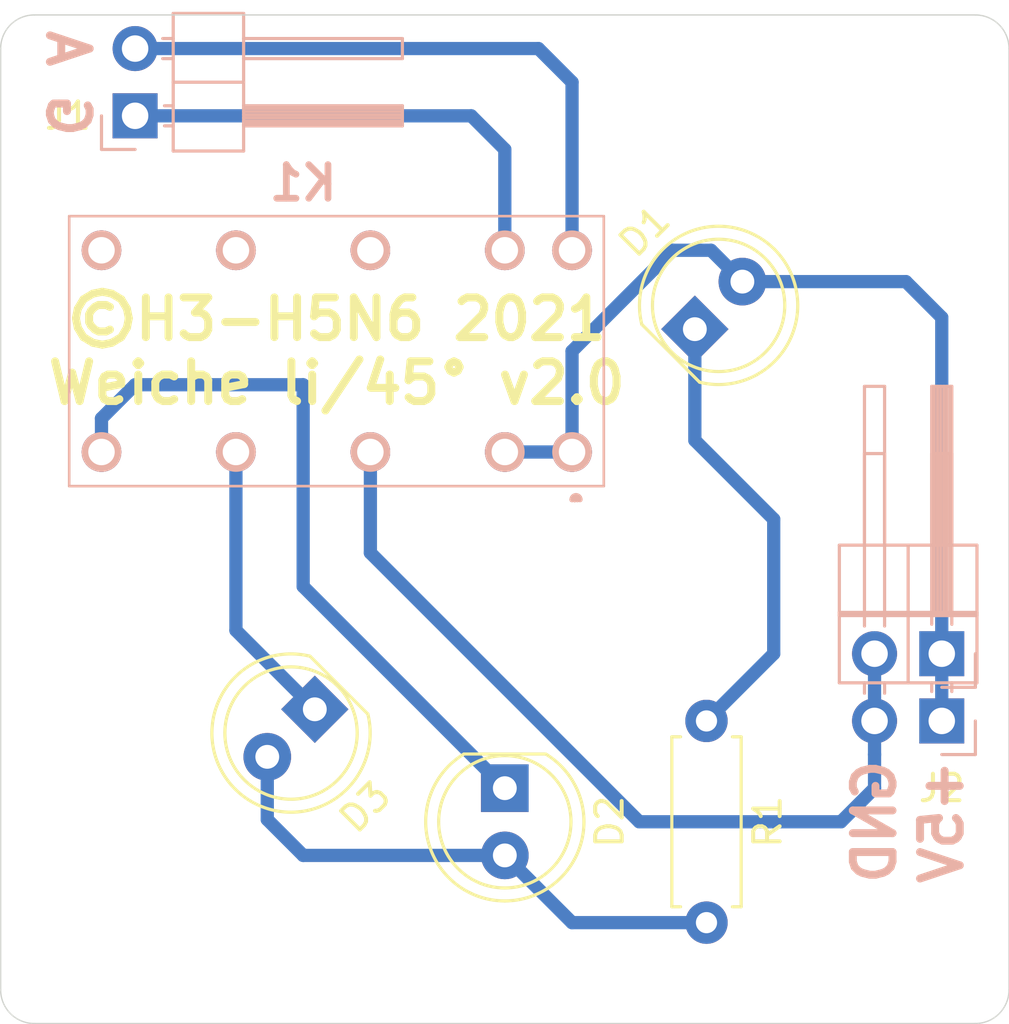
<source format=kicad_pcb>
(kicad_pcb (version 20171130) (host pcbnew 5.1.10)

  (general
    (thickness 1.6)
    (drawings 13)
    (tracks 38)
    (zones 0)
    (modules 10)
    (nets 9)
  )

  (page A4)
  (layers
    (0 F.Cu signal)
    (31 B.Cu signal)
    (32 B.Adhes user hide)
    (33 F.Adhes user hide)
    (34 B.Paste user hide)
    (35 F.Paste user hide)
    (36 B.SilkS user)
    (37 F.SilkS user)
    (38 B.Mask user)
    (39 F.Mask user hide)
    (40 Dwgs.User user hide)
    (41 Cmts.User user hide)
    (42 Eco1.User user hide)
    (43 Eco2.User user hide)
    (44 Edge.Cuts user)
    (45 Margin user hide)
    (46 B.CrtYd user)
    (47 F.CrtYd user)
    (48 B.Fab user hide)
    (49 F.Fab user hide)
  )

  (setup
    (last_trace_width 0.5)
    (trace_clearance 0.2)
    (zone_clearance 0.508)
    (zone_45_only no)
    (trace_min 0.2)
    (via_size 0.8)
    (via_drill 0.4)
    (via_min_size 0.4)
    (via_min_drill 0.3)
    (uvia_size 0.3)
    (uvia_drill 0.1)
    (uvias_allowed no)
    (uvia_min_size 0.2)
    (uvia_min_drill 0.1)
    (edge_width 0.05)
    (segment_width 0.2)
    (pcb_text_width 0.3)
    (pcb_text_size 1.5 1.5)
    (mod_edge_width 0.12)
    (mod_text_size 1 1)
    (mod_text_width 0.15)
    (pad_size 3.2 3.2)
    (pad_drill 3.2)
    (pad_to_mask_clearance 0)
    (aux_axis_origin 0 0)
    (grid_origin 148.59 115.57)
    (visible_elements FFFFFF7F)
    (pcbplotparams
      (layerselection 0x010fc_ffffffff)
      (usegerberextensions true)
      (usegerberattributes false)
      (usegerberadvancedattributes false)
      (creategerberjobfile false)
      (excludeedgelayer true)
      (linewidth 0.100000)
      (plotframeref false)
      (viasonmask false)
      (mode 1)
      (useauxorigin false)
      (hpglpennumber 1)
      (hpglpenspeed 20)
      (hpglpendiameter 15.000000)
      (psnegative false)
      (psa4output false)
      (plotreference true)
      (plotvalue false)
      (plotinvisibletext false)
      (padsonsilk false)
      (subtractmaskfromsilk true)
      (outputformat 1)
      (mirror false)
      (drillshape 0)
      (scaleselection 1)
      (outputdirectory "plot/"))
  )

  (net 0 "")
  (net 1 "Net-(D1-Pad1)")
  (net 2 "Net-(D2-Pad1)")
  (net 3 "Net-(D3-Pad1)")
  (net 4 "Net-(J1-Pad2)")
  (net 5 "Net-(J1-Pad1)")
  (net 6 +5V)
  (net 7 GND)
  (net 8 "Net-(D2-Pad2)")

  (net_class Default "This is the default net class."
    (clearance 0.2)
    (trace_width 0.5)
    (via_dia 0.8)
    (via_drill 0.4)
    (uvia_dia 0.3)
    (uvia_drill 0.1)
    (add_net +5V)
    (add_net GND)
    (add_net "Net-(D1-Pad1)")
    (add_net "Net-(D2-Pad1)")
    (add_net "Net-(D2-Pad2)")
    (add_net "Net-(D3-Pad1)")
    (add_net "Net-(J1-Pad1)")
    (add_net "Net-(J1-Pad2)")
  )

  (module Mounting_Holes:MountingHole_3.2mm_M3 (layer F.Cu) (tedit 6075FAD1) (tstamp 6091A5B6)
    (at 156.21 110.49 270)
    (descr "Mounting Hole 3.2mm, no annular, M3")
    (tags "mounting hole 3.2mm no annular m3")
    (path /6074DA08)
    (attr virtual)
    (fp_text reference H1 (at 0 -4.2 90) (layer F.SilkS) hide
      (effects (font (size 1 1) (thickness 0.15)))
    )
    (fp_text value MountingHole (at 0 4.2 90) (layer F.Fab)
      (effects (font (size 1 1) (thickness 0.15)))
    )
    (fp_circle (center 0 0) (end 3.2 0) (layer Cmts.User) (width 0.15))
    (fp_circle (center 0 0) (end 3.45 0) (layer F.CrtYd) (width 0.05))
    (fp_text user %R (at 0.3 0 90) (layer F.Fab)
      (effects (font (size 1 1) (thickness 0.15)))
    )
    (pad "" np_thru_hole circle (at 0 0 270) (size 3.2 3.2) (drill 3.2) (layers *.Cu *.Mask)
      (thermal_gap 2))
  )

  (module LEDs:LED_D5.0mm (layer F.Cu) (tedit 5995936A) (tstamp 6091A611)
    (at 158.31 100.77 45)
    (descr "LED, diameter 5.0mm, 2 pins, http://cdn-reichelt.de/documents/datenblatt/A500/LL-504BC2E-009.pdf")
    (tags "LED diameter 5.0mm 2 pins")
    (path /612111BE)
    (fp_text reference D1 (at 1.27 -3.96 45) (layer F.SilkS)
      (effects (font (size 1 1) (thickness 0.15)))
    )
    (fp_text value LED (at 1.27 3.96 45) (layer F.Fab)
      (effects (font (size 1 1) (thickness 0.15)))
    )
    (fp_circle (center 1.27 0) (end 3.77 0) (layer F.Fab) (width 0.1))
    (fp_circle (center 1.27 0) (end 3.77 0) (layer F.SilkS) (width 0.12))
    (fp_line (start -1.23 -1.469694) (end -1.23 1.469694) (layer F.Fab) (width 0.1))
    (fp_line (start -1.29 -1.545) (end -1.29 1.545) (layer F.SilkS) (width 0.12))
    (fp_line (start -1.95 -3.25) (end -1.95 3.25) (layer F.CrtYd) (width 0.05))
    (fp_line (start -1.95 3.25) (end 4.5 3.25) (layer F.CrtYd) (width 0.05))
    (fp_line (start 4.5 3.25) (end 4.5 -3.25) (layer F.CrtYd) (width 0.05))
    (fp_line (start 4.5 -3.25) (end -1.95 -3.25) (layer F.CrtYd) (width 0.05))
    (fp_text user %R (at 1.27 -3.81 45) (layer F.Fab)
      (effects (font (size 0.8 0.8) (thickness 0.2)))
    )
    (fp_arc (start 1.27 0) (end -1.29 1.54483) (angle -148.9) (layer F.SilkS) (width 0.12))
    (fp_arc (start 1.27 0) (end -1.29 -1.54483) (angle 148.9) (layer F.SilkS) (width 0.12))
    (fp_arc (start 1.27 0) (end -1.23 -1.469694) (angle 299.1) (layer F.Fab) (width 0.1))
    (pad 2 thru_hole circle (at 2.54 0 45) (size 1.8 1.8) (drill 0.9) (layers *.Cu *.Mask)
      (net 6 +5V))
    (pad 1 thru_hole rect (at 0 0 45) (size 1.8 1.8) (drill 0.9) (layers *.Cu *.Mask)
      (net 1 "Net-(D1-Pad1)"))
    (model ${KISYS3DMOD}/LEDs.3dshapes/LED_D5.0mm.wrl
      (at (xyz 0 0 0))
      (scale (xyz 0.393701 0.393701 0.393701))
      (rotate (xyz 0 0 0))
    )
  )

  (module HFD2005SL2D (layer B.Cu) (tedit 60566F5C) (tstamp 6091A565)
    (at 153.67 105.41 180)
    (descr HFD2/005-S-L2-D-3)
    (tags "Relay or Contactor")
    (path /6125B40D)
    (fp_text reference K1 (at 10.16 10.16) (layer B.SilkS)
      (effects (font (size 1.27 1.27) (thickness 0.254)) (justify mirror))
    )
    (fp_text value HFD2_005-S-L2-D (at 8.9 3.53) (layer B.SilkS) hide
      (effects (font (size 1.27 1.27) (thickness 0.254)) (justify mirror))
    )
    (fp_line (start -1.2 8.91) (end 19 8.91) (layer Dwgs.User) (width 0.2))
    (fp_line (start 19 8.91) (end 19 -1.29) (layer Dwgs.User) (width 0.2))
    (fp_line (start 19 -1.29) (end -1.2 -1.29) (layer Dwgs.User) (width 0.2))
    (fp_line (start -1.2 -1.29) (end -1.2 8.91) (layer Dwgs.User) (width 0.2))
    (fp_line (start -1.2 -1.29) (end 19 -1.29) (layer B.SilkS) (width 0.1))
    (fp_line (start 19 -1.29) (end 19 8.91) (layer B.SilkS) (width 0.1))
    (fp_line (start 19 8.91) (end -1.2 8.91) (layer B.SilkS) (width 0.1))
    (fp_line (start -1.2 8.91) (end -1.2 -1.29) (layer B.SilkS) (width 0.1))
    (fp_line (start -2.2 -2.85) (end 20 -2.85) (layer Dwgs.User) (width 0.1))
    (fp_line (start 20 -2.85) (end 20 9.91) (layer Dwgs.User) (width 0.1))
    (fp_line (start 20 9.91) (end -2.2 9.91) (layer Dwgs.User) (width 0.1))
    (fp_line (start -2.2 9.91) (end -2.2 -2.85) (layer Dwgs.User) (width 0.1))
    (fp_line (start -0.1 -1.8) (end -0.1 -1.8) (layer B.SilkS) (width 0.2))
    (fp_line (start 0 -1.8) (end 0 -1.8) (layer B.SilkS) (width 0.2))
    (fp_line (start -0.1 -1.8) (end -0.1 -1.8) (layer B.SilkS) (width 0.2))
    (fp_arc (start -0.15 -1.8) (end -0.1 -1.8) (angle 180) (layer B.SilkS) (width 0.2))
    (fp_arc (start -0.15 -1.8) (end 0 -1.8) (angle 180) (layer B.SilkS) (width 0.2))
    (fp_arc (start -0.15 -1.8) (end -0.1 -1.8) (angle 180) (layer B.SilkS) (width 0.2))
    (pad 1 thru_hole circle (at 0 0 90) (size 1.5 1.5) (drill 1) (layers *.Cu *.Mask B.SilkS)
      (net 6 +5V))
    (pad 2 thru_hole circle (at 2.54 0 90) (size 1.5 1.5) (drill 1) (layers *.Cu *.Mask B.SilkS)
      (net 6 +5V))
    (pad 4 thru_hole circle (at 7.62 0 90) (size 1.5 1.5) (drill 1) (layers *.Cu *.Mask B.SilkS)
      (net 7 GND))
    (pad 6 thru_hole circle (at 12.7 0 90) (size 1.5 1.5) (drill 1) (layers *.Cu *.Mask B.SilkS)
      (net 3 "Net-(D3-Pad1)"))
    (pad 8 thru_hole circle (at 17.78 0 90) (size 1.5 1.5) (drill 1) (layers *.Cu *.Mask B.SilkS)
      (net 2 "Net-(D2-Pad1)"))
    (pad 9 thru_hole circle (at 17.78 7.62 90) (size 1.5 1.5) (drill 1) (layers *.Cu *.Mask B.SilkS))
    (pad 11 thru_hole circle (at 12.7 7.62 90) (size 1.5 1.5) (drill 1) (layers *.Cu *.Mask B.SilkS))
    (pad 13 thru_hole circle (at 7.62 7.62 90) (size 1.5 1.5) (drill 1) (layers *.Cu *.Mask B.SilkS))
    (pad 15 thru_hole circle (at 2.54 7.62 90) (size 1.5 1.5) (drill 1) (layers *.Cu *.Mask B.SilkS)
      (net 5 "Net-(J1-Pad1)"))
    (pad 16 thru_hole circle (at 0 7.62 90) (size 1.5 1.5) (drill 1) (layers *.Cu *.Mask B.SilkS)
      (net 4 "Net-(J1-Pad2)"))
  )

  (module LEDs:LED_D5.0mm (layer F.Cu) (tedit 5995936A) (tstamp 6091A701)
    (at 151.13 118.11 270)
    (descr "LED, diameter 5.0mm, 2 pins, http://cdn-reichelt.de/documents/datenblatt/A500/LL-504BC2E-009.pdf")
    (tags "LED diameter 5.0mm 2 pins")
    (path /61211E8C)
    (fp_text reference D2 (at 1.27 -3.96 90) (layer F.SilkS)
      (effects (font (size 1 1) (thickness 0.15)))
    )
    (fp_text value LED (at 1.27 3.96 90) (layer F.Fab)
      (effects (font (size 1 1) (thickness 0.15)))
    )
    (fp_line (start 4.5 -3.25) (end -1.95 -3.25) (layer F.CrtYd) (width 0.05))
    (fp_line (start 4.5 3.25) (end 4.5 -3.25) (layer F.CrtYd) (width 0.05))
    (fp_line (start -1.95 3.25) (end 4.5 3.25) (layer F.CrtYd) (width 0.05))
    (fp_line (start -1.95 -3.25) (end -1.95 3.25) (layer F.CrtYd) (width 0.05))
    (fp_line (start -1.29 -1.545) (end -1.29 1.545) (layer F.SilkS) (width 0.12))
    (fp_line (start -1.23 -1.469694) (end -1.23 1.469694) (layer F.Fab) (width 0.1))
    (fp_circle (center 1.27 0) (end 3.77 0) (layer F.SilkS) (width 0.12))
    (fp_circle (center 1.27 0) (end 3.77 0) (layer F.Fab) (width 0.1))
    (fp_arc (start 1.27 0) (end -1.23 -1.469694) (angle 299.1) (layer F.Fab) (width 0.1))
    (fp_arc (start 1.27 0) (end -1.29 -1.54483) (angle 148.9) (layer F.SilkS) (width 0.12))
    (fp_arc (start 1.27 0) (end -1.29 1.54483) (angle -148.9) (layer F.SilkS) (width 0.12))
    (fp_text user %R (at 1.25 -3.81 90) (layer F.Fab)
      (effects (font (size 0.8 0.8) (thickness 0.2)))
    )
    (pad 1 thru_hole rect (at 0 0 270) (size 1.8 1.8) (drill 0.9) (layers *.Cu *.Mask)
      (net 2 "Net-(D2-Pad1)"))
    (pad 2 thru_hole circle (at 2.54 0 270) (size 1.8 1.8) (drill 0.9) (layers *.Cu *.Mask)
      (net 8 "Net-(D2-Pad2)"))
    (model ${KISYS3DMOD}/LEDs.3dshapes/LED_D5.0mm.wrl
      (at (xyz 0 0 0))
      (scale (xyz 0.393701 0.393701 0.393701))
      (rotate (xyz 0 0 0))
    )
  )

  (module LEDs:LED_D5.0mm (layer F.Cu) (tedit 5995936A) (tstamp 6091A5DE)
    (at 143.95 115.13 225)
    (descr "LED, diameter 5.0mm, 2 pins, http://cdn-reichelt.de/documents/datenblatt/A500/LL-504BC2E-009.pdf")
    (tags "LED diameter 5.0mm 2 pins")
    (path /612122F7)
    (fp_text reference D3 (at 1.27 -3.96 45) (layer F.SilkS)
      (effects (font (size 1 1) (thickness 0.15)))
    )
    (fp_text value LED (at 1.27 3.96 45) (layer F.Fab)
      (effects (font (size 1 1) (thickness 0.15)))
    )
    (fp_circle (center 1.27 0) (end 3.77 0) (layer F.Fab) (width 0.1))
    (fp_circle (center 1.27 0) (end 3.77 0) (layer F.SilkS) (width 0.12))
    (fp_line (start -1.23 -1.469694) (end -1.23 1.469694) (layer F.Fab) (width 0.1))
    (fp_line (start -1.29 -1.545) (end -1.29 1.545) (layer F.SilkS) (width 0.12))
    (fp_line (start -1.95 -3.25) (end -1.95 3.25) (layer F.CrtYd) (width 0.05))
    (fp_line (start -1.95 3.25) (end 4.5 3.25) (layer F.CrtYd) (width 0.05))
    (fp_line (start 4.5 3.25) (end 4.5 -3.25) (layer F.CrtYd) (width 0.05))
    (fp_line (start 4.5 -3.25) (end -1.95 -3.25) (layer F.CrtYd) (width 0.05))
    (fp_text user %R (at 1.796051 -3.592102 45) (layer F.Fab)
      (effects (font (size 0.8 0.8) (thickness 0.2)))
    )
    (fp_arc (start 1.27 0) (end -1.29 1.54483) (angle -148.9) (layer F.SilkS) (width 0.12))
    (fp_arc (start 1.27 0) (end -1.29 -1.54483) (angle 148.9) (layer F.SilkS) (width 0.12))
    (fp_arc (start 1.27 0) (end -1.23 -1.469694) (angle 299.1) (layer F.Fab) (width 0.1))
    (pad 2 thru_hole circle (at 2.54 0 225) (size 1.8 1.8) (drill 0.9) (layers *.Cu *.Mask)
      (net 8 "Net-(D2-Pad2)"))
    (pad 1 thru_hole rect (at 0 0 225) (size 1.8 1.8) (drill 0.9) (layers *.Cu *.Mask)
      (net 3 "Net-(D3-Pad1)"))
    (model ${KISYS3DMOD}/LEDs.3dshapes/LED_D5.0mm.wrl
      (at (xyz 0 0 0))
      (scale (xyz 0.393701 0.393701 0.393701))
      (rotate (xyz 0 0 0))
    )
  )

  (module Resistors_THT:R_Axial_DIN0207_L6.3mm_D2.5mm_P7.62mm_Horizontal (layer F.Cu) (tedit 5874F706) (tstamp 6091A8AF)
    (at 158.75 115.57 270)
    (descr "Resistor, Axial_DIN0207 series, Axial, Horizontal, pin pitch=7.62mm, 0.25W = 1/4W, length*diameter=6.3*2.5mm^2, http://cdn-reichelt.de/documents/datenblatt/B400/1_4W%23YAG.pdf")
    (tags "Resistor Axial_DIN0207 series Axial Horizontal pin pitch 7.62mm 0.25W = 1/4W length 6.3mm diameter 2.5mm")
    (path /61212C6E)
    (fp_text reference R1 (at 3.81 -2.31 90) (layer F.SilkS)
      (effects (font (size 1 1) (thickness 0.15)))
    )
    (fp_text value 100 (at 2.794 2.54 90) (layer F.Fab)
      (effects (font (size 1 1) (thickness 0.15)))
    )
    (fp_line (start 0.66 -1.25) (end 0.66 1.25) (layer F.Fab) (width 0.1))
    (fp_line (start 0.66 1.25) (end 6.96 1.25) (layer F.Fab) (width 0.1))
    (fp_line (start 6.96 1.25) (end 6.96 -1.25) (layer F.Fab) (width 0.1))
    (fp_line (start 6.96 -1.25) (end 0.66 -1.25) (layer F.Fab) (width 0.1))
    (fp_line (start 0 0) (end 0.66 0) (layer F.Fab) (width 0.1))
    (fp_line (start 7.62 0) (end 6.96 0) (layer F.Fab) (width 0.1))
    (fp_line (start 0.6 -0.98) (end 0.6 -1.31) (layer F.SilkS) (width 0.12))
    (fp_line (start 0.6 -1.31) (end 7.02 -1.31) (layer F.SilkS) (width 0.12))
    (fp_line (start 7.02 -1.31) (end 7.02 -0.98) (layer F.SilkS) (width 0.12))
    (fp_line (start 0.6 0.98) (end 0.6 1.31) (layer F.SilkS) (width 0.12))
    (fp_line (start 0.6 1.31) (end 7.02 1.31) (layer F.SilkS) (width 0.12))
    (fp_line (start 7.02 1.31) (end 7.02 0.98) (layer F.SilkS) (width 0.12))
    (fp_line (start -1.05 -1.6) (end -1.05 1.6) (layer F.CrtYd) (width 0.05))
    (fp_line (start -1.05 1.6) (end 8.7 1.6) (layer F.CrtYd) (width 0.05))
    (fp_line (start 8.7 1.6) (end 8.7 -1.6) (layer F.CrtYd) (width 0.05))
    (fp_line (start 8.7 -1.6) (end -1.05 -1.6) (layer F.CrtYd) (width 0.05))
    (pad 2 thru_hole oval (at 7.62 0 270) (size 1.6 1.6) (drill 0.8) (layers *.Cu *.Mask)
      (net 8 "Net-(D2-Pad2)"))
    (pad 1 thru_hole circle (at 0 0 270) (size 1.6 1.6) (drill 0.8) (layers *.Cu *.Mask)
      (net 1 "Net-(D1-Pad1)"))
    (model ${KISYS3DMOD}/Resistors_THT.3dshapes/R_Axial_DIN0207_L6.3mm_D2.5mm_P7.62mm_Horizontal.wrl
      (at (xyz 0 0 0))
      (scale (xyz 0.393701 0.393701 0.393701))
      (rotate (xyz 0 0 0))
    )
  )

  (module Pin_Headers:Pin_Header_Angled_1x02_Pitch2.54mm (layer B.Cu) (tedit 59650532) (tstamp 6091A833)
    (at 137.16 92.71)
    (descr "Through hole angled pin header, 1x02, 2.54mm pitch, 6mm pin length, single row")
    (tags "Through hole angled pin header THT 1x02 2.54mm single row")
    (path /61262617)
    (fp_text reference J1 (at -2.54 0) (layer F.SilkS)
      (effects (font (size 1 1) (thickness 0.15)))
    )
    (fp_text value Conn_01x02_Male (at 4.385 -4.81 180) (layer B.Fab)
      (effects (font (size 1 1) (thickness 0.15)) (justify mirror))
    )
    (fp_line (start 2.135 1.27) (end 4.04 1.27) (layer B.Fab) (width 0.1))
    (fp_line (start 4.04 1.27) (end 4.04 -3.81) (layer B.Fab) (width 0.1))
    (fp_line (start 4.04 -3.81) (end 1.5 -3.81) (layer B.Fab) (width 0.1))
    (fp_line (start 1.5 -3.81) (end 1.5 0.635) (layer B.Fab) (width 0.1))
    (fp_line (start 1.5 0.635) (end 2.135 1.27) (layer B.Fab) (width 0.1))
    (fp_line (start -0.32 0.32) (end 1.5 0.32) (layer B.Fab) (width 0.1))
    (fp_line (start -0.32 0.32) (end -0.32 -0.32) (layer B.Fab) (width 0.1))
    (fp_line (start -0.32 -0.32) (end 1.5 -0.32) (layer B.Fab) (width 0.1))
    (fp_line (start 4.04 0.32) (end 10.04 0.32) (layer B.Fab) (width 0.1))
    (fp_line (start 10.04 0.32) (end 10.04 -0.32) (layer B.Fab) (width 0.1))
    (fp_line (start 4.04 -0.32) (end 10.04 -0.32) (layer B.Fab) (width 0.1))
    (fp_line (start -0.32 -2.22) (end 1.5 -2.22) (layer B.Fab) (width 0.1))
    (fp_line (start -0.32 -2.22) (end -0.32 -2.86) (layer B.Fab) (width 0.1))
    (fp_line (start -0.32 -2.86) (end 1.5 -2.86) (layer B.Fab) (width 0.1))
    (fp_line (start 4.04 -2.22) (end 10.04 -2.22) (layer B.Fab) (width 0.1))
    (fp_line (start 10.04 -2.22) (end 10.04 -2.86) (layer B.Fab) (width 0.1))
    (fp_line (start 4.04 -2.86) (end 10.04 -2.86) (layer B.Fab) (width 0.1))
    (fp_line (start 1.44 1.33) (end 1.44 -3.87) (layer B.SilkS) (width 0.12))
    (fp_line (start 1.44 -3.87) (end 4.1 -3.87) (layer B.SilkS) (width 0.12))
    (fp_line (start 4.1 -3.87) (end 4.1 1.33) (layer B.SilkS) (width 0.12))
    (fp_line (start 4.1 1.33) (end 1.44 1.33) (layer B.SilkS) (width 0.12))
    (fp_line (start 4.1 0.38) (end 10.1 0.38) (layer B.SilkS) (width 0.12))
    (fp_line (start 10.1 0.38) (end 10.1 -0.38) (layer B.SilkS) (width 0.12))
    (fp_line (start 10.1 -0.38) (end 4.1 -0.38) (layer B.SilkS) (width 0.12))
    (fp_line (start 4.1 0.32) (end 10.1 0.32) (layer B.SilkS) (width 0.12))
    (fp_line (start 4.1 0.2) (end 10.1 0.2) (layer B.SilkS) (width 0.12))
    (fp_line (start 4.1 0.08) (end 10.1 0.08) (layer B.SilkS) (width 0.12))
    (fp_line (start 4.1 -0.04) (end 10.1 -0.04) (layer B.SilkS) (width 0.12))
    (fp_line (start 4.1 -0.16) (end 10.1 -0.16) (layer B.SilkS) (width 0.12))
    (fp_line (start 4.1 -0.28) (end 10.1 -0.28) (layer B.SilkS) (width 0.12))
    (fp_line (start 1.11 0.38) (end 1.44 0.38) (layer B.SilkS) (width 0.12))
    (fp_line (start 1.11 -0.38) (end 1.44 -0.38) (layer B.SilkS) (width 0.12))
    (fp_line (start 1.44 -1.27) (end 4.1 -1.27) (layer B.SilkS) (width 0.12))
    (fp_line (start 4.1 -2.16) (end 10.1 -2.16) (layer B.SilkS) (width 0.12))
    (fp_line (start 10.1 -2.16) (end 10.1 -2.92) (layer B.SilkS) (width 0.12))
    (fp_line (start 10.1 -2.92) (end 4.1 -2.92) (layer B.SilkS) (width 0.12))
    (fp_line (start 1.042929 -2.16) (end 1.44 -2.16) (layer B.SilkS) (width 0.12))
    (fp_line (start 1.042929 -2.92) (end 1.44 -2.92) (layer B.SilkS) (width 0.12))
    (fp_line (start -1.27 0) (end -1.27 1.27) (layer B.SilkS) (width 0.12))
    (fp_line (start -1.27 1.27) (end 0 1.27) (layer B.SilkS) (width 0.12))
    (fp_line (start -1.8 1.8) (end -1.8 -4.35) (layer B.CrtYd) (width 0.05))
    (fp_line (start -1.8 -4.35) (end 10.55 -4.35) (layer B.CrtYd) (width 0.05))
    (fp_line (start 10.55 -4.35) (end 10.55 1.8) (layer B.CrtYd) (width 0.05))
    (fp_line (start 10.55 1.8) (end -1.8 1.8) (layer B.CrtYd) (width 0.05))
    (fp_text user %R (at 0 1.27 90) (layer B.Fab)
      (effects (font (size 1 1) (thickness 0.15)) (justify mirror))
    )
    (pad 2 thru_hole oval (at 0 -2.54) (size 1.7 1.7) (drill 1) (layers *.Cu *.Mask)
      (net 4 "Net-(J1-Pad2)"))
    (pad 1 thru_hole rect (at 0 0) (size 1.7 1.7) (drill 1) (layers *.Cu *.Mask)
      (net 5 "Net-(J1-Pad1)"))
    (model ${KISYS3DMOD}/Pin_Headers.3dshapes/Pin_Header_Angled_1x02_Pitch2.54mm.wrl
      (at (xyz 0 0 0))
      (scale (xyz 1 1 1))
      (rotate (xyz 0 0 0))
    )
  )

  (module Pin_Headers:Pin_Header_Angled_1x02_Pitch2.54mm (layer B.Cu) (tedit 59650532) (tstamp 6091A66B)
    (at 167.64 113.03 90)
    (descr "Through hole angled pin header, 1x02, 2.54mm pitch, 6mm pin length, single row")
    (tags "Through hole angled pin header THT 1x02 2.54mm single row")
    (path /61263F3E)
    (fp_text reference J2 (at -5.08 0 180) (layer F.SilkS)
      (effects (font (size 1 1) (thickness 0.15)))
    )
    (fp_text value Power (at 4.385 -4.81 90) (layer B.Fab)
      (effects (font (size 1 1) (thickness 0.15)) (justify mirror))
    )
    (fp_line (start 10.55 1.8) (end -1.8 1.8) (layer B.CrtYd) (width 0.05))
    (fp_line (start 10.55 -4.35) (end 10.55 1.8) (layer B.CrtYd) (width 0.05))
    (fp_line (start -1.8 -4.35) (end 10.55 -4.35) (layer B.CrtYd) (width 0.05))
    (fp_line (start -1.8 1.8) (end -1.8 -4.35) (layer B.CrtYd) (width 0.05))
    (fp_line (start -1.27 1.27) (end 0 1.27) (layer B.SilkS) (width 0.12))
    (fp_line (start -1.27 0) (end -1.27 1.27) (layer B.SilkS) (width 0.12))
    (fp_line (start 1.042929 -2.92) (end 1.44 -2.92) (layer B.SilkS) (width 0.12))
    (fp_line (start 1.042929 -2.16) (end 1.44 -2.16) (layer B.SilkS) (width 0.12))
    (fp_line (start 10.1 -2.92) (end 4.1 -2.92) (layer B.SilkS) (width 0.12))
    (fp_line (start 10.1 -2.16) (end 10.1 -2.92) (layer B.SilkS) (width 0.12))
    (fp_line (start 4.1 -2.16) (end 10.1 -2.16) (layer B.SilkS) (width 0.12))
    (fp_line (start 1.44 -1.27) (end 4.1 -1.27) (layer B.SilkS) (width 0.12))
    (fp_line (start 1.11 -0.38) (end 1.44 -0.38) (layer B.SilkS) (width 0.12))
    (fp_line (start 1.11 0.38) (end 1.44 0.38) (layer B.SilkS) (width 0.12))
    (fp_line (start 4.1 -0.28) (end 10.1 -0.28) (layer B.SilkS) (width 0.12))
    (fp_line (start 4.1 -0.16) (end 10.1 -0.16) (layer B.SilkS) (width 0.12))
    (fp_line (start 4.1 -0.04) (end 10.1 -0.04) (layer B.SilkS) (width 0.12))
    (fp_line (start 4.1 0.08) (end 10.1 0.08) (layer B.SilkS) (width 0.12))
    (fp_line (start 4.1 0.2) (end 10.1 0.2) (layer B.SilkS) (width 0.12))
    (fp_line (start 4.1 0.32) (end 10.1 0.32) (layer B.SilkS) (width 0.12))
    (fp_line (start 10.1 -0.38) (end 4.1 -0.38) (layer B.SilkS) (width 0.12))
    (fp_line (start 10.1 0.38) (end 10.1 -0.38) (layer B.SilkS) (width 0.12))
    (fp_line (start 4.1 0.38) (end 10.1 0.38) (layer B.SilkS) (width 0.12))
    (fp_line (start 4.1 1.33) (end 1.44 1.33) (layer B.SilkS) (width 0.12))
    (fp_line (start 4.1 -3.87) (end 4.1 1.33) (layer B.SilkS) (width 0.12))
    (fp_line (start 1.44 -3.87) (end 4.1 -3.87) (layer B.SilkS) (width 0.12))
    (fp_line (start 1.44 1.33) (end 1.44 -3.87) (layer B.SilkS) (width 0.12))
    (fp_line (start 4.04 -2.86) (end 10.04 -2.86) (layer B.Fab) (width 0.1))
    (fp_line (start 10.04 -2.22) (end 10.04 -2.86) (layer B.Fab) (width 0.1))
    (fp_line (start 4.04 -2.22) (end 10.04 -2.22) (layer B.Fab) (width 0.1))
    (fp_line (start -0.32 -2.86) (end 1.5 -2.86) (layer B.Fab) (width 0.1))
    (fp_line (start -0.32 -2.22) (end -0.32 -2.86) (layer B.Fab) (width 0.1))
    (fp_line (start -0.32 -2.22) (end 1.5 -2.22) (layer B.Fab) (width 0.1))
    (fp_line (start 4.04 -0.32) (end 10.04 -0.32) (layer B.Fab) (width 0.1))
    (fp_line (start 10.04 0.32) (end 10.04 -0.32) (layer B.Fab) (width 0.1))
    (fp_line (start 4.04 0.32) (end 10.04 0.32) (layer B.Fab) (width 0.1))
    (fp_line (start -0.32 -0.32) (end 1.5 -0.32) (layer B.Fab) (width 0.1))
    (fp_line (start -0.32 0.32) (end -0.32 -0.32) (layer B.Fab) (width 0.1))
    (fp_line (start -0.32 0.32) (end 1.5 0.32) (layer B.Fab) (width 0.1))
    (fp_line (start 1.5 0.635) (end 2.135 1.27) (layer B.Fab) (width 0.1))
    (fp_line (start 1.5 -3.81) (end 1.5 0.635) (layer B.Fab) (width 0.1))
    (fp_line (start 4.04 -3.81) (end 1.5 -3.81) (layer B.Fab) (width 0.1))
    (fp_line (start 4.04 1.27) (end 4.04 -3.81) (layer B.Fab) (width 0.1))
    (fp_line (start 2.135 1.27) (end 4.04 1.27) (layer B.Fab) (width 0.1))
    (fp_text user %R (at 1.5 -3.81 180) (layer B.Fab)
      (effects (font (size 1 1) (thickness 0.15)) (justify mirror))
    )
    (pad 1 thru_hole rect (at 0 0 90) (size 1.7 1.7) (drill 1) (layers *.Cu *.Mask)
      (net 6 +5V))
    (pad 2 thru_hole oval (at 0 -2.54 90) (size 1.7 1.7) (drill 1) (layers *.Cu *.Mask)
      (net 7 GND))
    (model ${KISYS3DMOD}/Pin_Headers.3dshapes/Pin_Header_Angled_1x02_Pitch2.54mm.wrl
      (at (xyz 0 0 0))
      (scale (xyz 1 1 1))
      (rotate (xyz 0 0 0))
    )
  )

  (module Pin_Headers:Pin_Header_Angled_1x02_Pitch2.54mm (layer B.Cu) (tedit 59650532) (tstamp 6091A77C)
    (at 167.64 115.57 90)
    (descr "Through hole angled pin header, 1x02, 2.54mm pitch, 6mm pin length, single row")
    (tags "Through hole angled pin header THT 1x02 2.54mm single row")
    (path /612729E3)
    (fp_text reference J3 (at -3.81 0) (layer F.SilkS) hide
      (effects (font (size 1 1) (thickness 0.15)))
    )
    (fp_text value Conn_01x02_Male (at 4.385 -4.81 90) (layer B.Fab)
      (effects (font (size 1 1) (thickness 0.15)) (justify mirror))
    )
    (fp_line (start 2.135 1.27) (end 4.04 1.27) (layer B.Fab) (width 0.1))
    (fp_line (start 4.04 1.27) (end 4.04 -3.81) (layer B.Fab) (width 0.1))
    (fp_line (start 4.04 -3.81) (end 1.5 -3.81) (layer B.Fab) (width 0.1))
    (fp_line (start 1.5 -3.81) (end 1.5 0.635) (layer B.Fab) (width 0.1))
    (fp_line (start 1.5 0.635) (end 2.135 1.27) (layer B.Fab) (width 0.1))
    (fp_line (start -0.32 0.32) (end 1.5 0.32) (layer B.Fab) (width 0.1))
    (fp_line (start -0.32 0.32) (end -0.32 -0.32) (layer B.Fab) (width 0.1))
    (fp_line (start -0.32 -0.32) (end 1.5 -0.32) (layer B.Fab) (width 0.1))
    (fp_line (start 4.04 0.32) (end 10.04 0.32) (layer B.Fab) (width 0.1))
    (fp_line (start 10.04 0.32) (end 10.04 -0.32) (layer B.Fab) (width 0.1))
    (fp_line (start 4.04 -0.32) (end 10.04 -0.32) (layer B.Fab) (width 0.1))
    (fp_line (start -0.32 -2.22) (end 1.5 -2.22) (layer B.Fab) (width 0.1))
    (fp_line (start -0.32 -2.22) (end -0.32 -2.86) (layer B.Fab) (width 0.1))
    (fp_line (start -0.32 -2.86) (end 1.5 -2.86) (layer B.Fab) (width 0.1))
    (fp_line (start 4.04 -2.22) (end 10.04 -2.22) (layer B.Fab) (width 0.1))
    (fp_line (start 10.04 -2.22) (end 10.04 -2.86) (layer B.Fab) (width 0.1))
    (fp_line (start 4.04 -2.86) (end 10.04 -2.86) (layer B.Fab) (width 0.1))
    (fp_line (start 1.44 1.33) (end 1.44 -3.87) (layer B.SilkS) (width 0.12))
    (fp_line (start 1.44 -3.87) (end 4.1 -3.87) (layer B.SilkS) (width 0.12))
    (fp_line (start 4.1 -3.87) (end 4.1 1.33) (layer B.SilkS) (width 0.12))
    (fp_line (start 4.1 1.33) (end 1.44 1.33) (layer B.SilkS) (width 0.12))
    (fp_line (start 4.1 0.38) (end 10.1 0.38) (layer B.SilkS) (width 0.12))
    (fp_line (start 10.1 0.38) (end 10.1 -0.38) (layer B.SilkS) (width 0.12))
    (fp_line (start 10.1 -0.38) (end 4.1 -0.38) (layer B.SilkS) (width 0.12))
    (fp_line (start 4.1 0.32) (end 10.1 0.32) (layer B.SilkS) (width 0.12))
    (fp_line (start 4.1 0.2) (end 10.1 0.2) (layer B.SilkS) (width 0.12))
    (fp_line (start 4.1 0.08) (end 10.1 0.08) (layer B.SilkS) (width 0.12))
    (fp_line (start 4.1 -0.04) (end 10.1 -0.04) (layer B.SilkS) (width 0.12))
    (fp_line (start 4.1 -0.16) (end 10.1 -0.16) (layer B.SilkS) (width 0.12))
    (fp_line (start 4.1 -0.28) (end 10.1 -0.28) (layer B.SilkS) (width 0.12))
    (fp_line (start 1.11 0.38) (end 1.44 0.38) (layer B.SilkS) (width 0.12))
    (fp_line (start 1.11 -0.38) (end 1.44 -0.38) (layer B.SilkS) (width 0.12))
    (fp_line (start 1.44 -1.27) (end 4.1 -1.27) (layer B.SilkS) (width 0.12))
    (fp_line (start 4.1 -2.16) (end 10.1 -2.16) (layer B.SilkS) (width 0.12))
    (fp_line (start 10.1 -2.16) (end 10.1 -2.92) (layer B.SilkS) (width 0.12))
    (fp_line (start 10.1 -2.92) (end 4.1 -2.92) (layer B.SilkS) (width 0.12))
    (fp_line (start 1.042929 -2.16) (end 1.44 -2.16) (layer B.SilkS) (width 0.12))
    (fp_line (start 1.042929 -2.92) (end 1.44 -2.92) (layer B.SilkS) (width 0.12))
    (fp_line (start -1.27 0) (end -1.27 1.27) (layer B.SilkS) (width 0.12))
    (fp_line (start -1.27 1.27) (end 0 1.27) (layer B.SilkS) (width 0.12))
    (fp_line (start -1.8 1.8) (end -1.8 -4.35) (layer B.CrtYd) (width 0.05))
    (fp_line (start -1.8 -4.35) (end 10.55 -4.35) (layer B.CrtYd) (width 0.05))
    (fp_line (start 10.55 -4.35) (end 10.55 1.8) (layer B.CrtYd) (width 0.05))
    (fp_line (start 10.55 1.8) (end -1.8 1.8) (layer B.CrtYd) (width 0.05))
    (fp_text user %R (at 0 -3.81 180) (layer B.Fab)
      (effects (font (size 1 1) (thickness 0.15)) (justify mirror))
    )
    (pad 2 thru_hole oval (at 0 -2.54 90) (size 1.7 1.7) (drill 1) (layers *.Cu *.Mask)
      (net 7 GND))
    (pad 1 thru_hole rect (at 0 0 90) (size 1.7 1.7) (drill 1) (layers *.Cu *.Mask)
      (net 6 +5V))
    (model ${KISYS3DMOD}/Pin_Headers.3dshapes/Pin_Header_Angled_1x02_Pitch2.54mm.wrl
      (at (xyz 0 0 0))
      (scale (xyz 1 1 1))
      (rotate (xyz 0 0 0))
    )
  )

  (module Mounting_Holes:MountingHole_3.2mm_M3 (layer F.Cu) (tedit 6075FAD1) (tstamp 6091A6E2)
    (at 135.89 123.19 270)
    (descr "Mounting Hole 3.2mm, no annular, M3")
    (tags "mounting hole 3.2mm no annular m3")
    (path /6074DA08)
    (attr virtual)
    (fp_text reference H1 (at 0 -4.2 90) (layer F.SilkS) hide
      (effects (font (size 1 1) (thickness 0.15)))
    )
    (fp_text value MountingHole (at 0 4.2 90) (layer F.Fab)
      (effects (font (size 1 1) (thickness 0.15)))
    )
    (fp_circle (center 0 0) (end 3.45 0) (layer F.CrtYd) (width 0.05))
    (fp_circle (center 0 0) (end 3.2 0) (layer Cmts.User) (width 0.15))
    (fp_text user %R (at 0.3 0 90) (layer F.Fab)
      (effects (font (size 1 1) (thickness 0.15)))
    )
    (pad "" np_thru_hole circle (at 0 0 270) (size 3.2 3.2) (drill 3.2) (layers *.Cu *.Mask)
      (thermal_gap 2))
  )

  (gr_text GND (at 165.1 119.38 90) (layer B.SilkS)
    (effects (font (size 1.5 1.5) (thickness 0.3)) (justify mirror))
  )
  (gr_text +5V (at 167.64 119.38 90) (layer B.SilkS)
    (effects (font (size 1.5 1.5) (thickness 0.3)) (justify mirror))
  )
  (gr_text A (at 134.62 90.17 -90) (layer B.SilkS) (tstamp 6091A6D3)
    (effects (font (size 1.5 1.5) (thickness 0.3)))
  )
  (gr_text G (at 134.62 92.71 -90) (layer B.SilkS) (tstamp 6091A7E1)
    (effects (font (size 1.5 1.5) (thickness 0.3)) (justify mirror))
  )
  (gr_text "©H3-H5N6 2021\nWeiche li/45° v2.0" (at 144.78 101.6) (layer F.SilkS) (tstamp 6091A5CB)
    (effects (font (size 1.5 1.5) (thickness 0.3)))
  )
  (gr_arc (start 133.35 90.17) (end 133.35 88.9) (angle -90) (layer Edge.Cuts) (width 0.05) (tstamp 6091A5A4))
  (gr_arc (start 133.35 125.73) (end 132.08 125.73) (angle -90) (layer Edge.Cuts) (width 0.05) (tstamp 6091A7E7))
  (gr_arc (start 168.91 125.73) (end 168.91 127) (angle -90) (layer Edge.Cuts) (width 0.05) (tstamp 6091A7E4))
  (gr_arc (start 168.91 90.17) (end 170.18 90.17) (angle -90) (layer Edge.Cuts) (width 0.05) (tstamp 6091A634))
  (gr_line (start 133.35 88.9) (end 168.91 88.9) (layer Edge.Cuts) (width 0.05) (tstamp 6091A5AD))
  (gr_line (start 132.08 125.73) (end 132.08 90.17) (layer Edge.Cuts) (width 0.05) (tstamp 6091A8E6))
  (gr_line (start 168.91 127) (end 133.35 127) (layer Edge.Cuts) (width 0.05) (tstamp 6091A6D0))
  (gr_line (start 170.18 90.17) (end 170.18 125.73) (layer Edge.Cuts) (width 0.05) (tstamp 6091A748))

  (segment (start 158.31 100.77) (end 158.31 104.97) (width 0.5) (layer B.Cu) (net 1) (tstamp 6091A724) (status 10))
  (segment (start 158.31 104.97) (end 161.29 107.95) (width 0.5) (layer B.Cu) (net 1) (tstamp 6091A739))
  (segment (start 161.29 107.95) (end 161.29 113.03) (width 0.5) (layer B.Cu) (net 1) (tstamp 6091A8DA))
  (segment (start 161.29 113.03) (end 158.75 115.57) (width 0.5) (layer B.Cu) (net 1) (tstamp 6091A742) (status 20))
  (segment (start 143.51 110.49) (end 151.13 118.11) (width 0.5) (layer B.Cu) (net 2) (tstamp 6091A5C8) (status 20))
  (segment (start 137.16 102.87) (end 143.51 102.87) (width 0.5) (layer B.Cu) (net 2) (tstamp 6091A5C5))
  (segment (start 135.89 104.14) (end 137.16 102.87) (width 0.5) (layer B.Cu) (net 2) (tstamp 6091A7F3))
  (segment (start 143.51 102.87) (end 143.51 110.49) (width 0.5) (layer B.Cu) (net 2) (tstamp 6091A7F0))
  (segment (start 135.89 105.41) (end 135.89 104.14) (width 0.5) (layer B.Cu) (net 2) (tstamp 6091A6D9) (status 10))
  (segment (start 140.97 112.15) (end 143.95 115.13) (width 0.5) (layer B.Cu) (net 3) (tstamp 6091A6D6) (status 20))
  (segment (start 140.97 105.41) (end 140.97 112.15) (width 0.5) (layer B.Cu) (net 3) (tstamp 6091A7FF) (status 10))
  (segment (start 137.16 90.17) (end 152.4 90.17) (width 0.5) (layer B.Cu) (net 4) (status 10))
  (segment (start 152.4 90.17) (end 153.67 91.44) (width 0.5) (layer B.Cu) (net 4))
  (segment (start 153.67 91.44) (end 153.67 97.79) (width 0.5) (layer B.Cu) (net 4) (status 20))
  (segment (start 137.16 92.71) (end 149.86 92.71) (width 0.5) (layer B.Cu) (net 5) (status 10))
  (segment (start 149.86 92.71) (end 151.13 93.98) (width 0.5) (layer B.Cu) (net 5))
  (segment (start 151.13 93.98) (end 151.13 97.79) (width 0.5) (layer B.Cu) (net 5) (status 20))
  (segment (start 157.48 97.79) (end 153.67 101.6) (width 0.5) (layer B.Cu) (net 6) (tstamp 6091A733))
  (segment (start 158.922102 97.79) (end 157.48 97.79) (width 0.5) (layer B.Cu) (net 6) (tstamp 6091A730))
  (segment (start 160.106051 98.973949) (end 158.922102 97.79) (width 0.5) (layer B.Cu) (net 6) (tstamp 6091A8E0) (status 10))
  (segment (start 167.64 115.57) (end 167.64 113.03) (width 0.5) (layer B.Cu) (net 6) (tstamp 6091A8DD) (status 30))
  (segment (start 160.106051 98.973949) (end 166.283949 98.973949) (width 0.5) (layer B.Cu) (net 6) (status 10))
  (segment (start 167.64 100.33) (end 167.64 113.03) (width 0.5) (layer B.Cu) (net 6) (status 20))
  (segment (start 166.283949 98.973949) (end 167.64 100.33) (width 0.5) (layer B.Cu) (net 6))
  (segment (start 153.67 101.6) (end 153.67 105.41) (width 0.5) (layer B.Cu) (net 6) (status 20))
  (segment (start 151.13 105.41) (end 153.67 105.41) (width 0.5) (layer B.Cu) (net 6) (tstamp 6091A5A7) (status 30))
  (segment (start 165.1 113.03) (end 165.1 115.57) (width 0.5) (layer B.Cu) (net 7) (tstamp 6091A898) (status 30))
  (segment (start 156.21 119.38) (end 163.83 119.38) (width 0.5) (layer B.Cu) (net 7))
  (segment (start 163.83 119.38) (end 165.1 118.11) (width 0.5) (layer B.Cu) (net 7))
  (segment (start 146.05 109.22) (end 156.21 119.38) (width 0.5) (layer B.Cu) (net 7))
  (segment (start 165.1 116.84) (end 165.1 115.57) (width 0.5) (layer B.Cu) (net 7) (status 20))
  (segment (start 165.1 118.11) (end 165.1 116.84) (width 0.5) (layer B.Cu) (net 7))
  (segment (start 146.05 105.41) (end 146.05 109.22) (width 0.5) (layer B.Cu) (net 7) (status 10))
  (segment (start 151.13 120.65) (end 153.67 123.19) (width 0.5) (layer B.Cu) (net 8) (tstamp 6091A727) (status 10))
  (segment (start 153.67 123.19) (end 158.75 123.19) (width 0.5) (layer B.Cu) (net 8) (tstamp 6091A7F6) (status 20))
  (segment (start 142.153949 116.926051) (end 142.153949 119.293949) (width 0.5) (layer B.Cu) (net 8))
  (segment (start 143.51 120.65) (end 151.13 120.65) (width 0.5) (layer B.Cu) (net 8))
  (segment (start 142.153949 119.293949) (end 143.51 120.65) (width 0.5) (layer B.Cu) (net 8))

)

</source>
